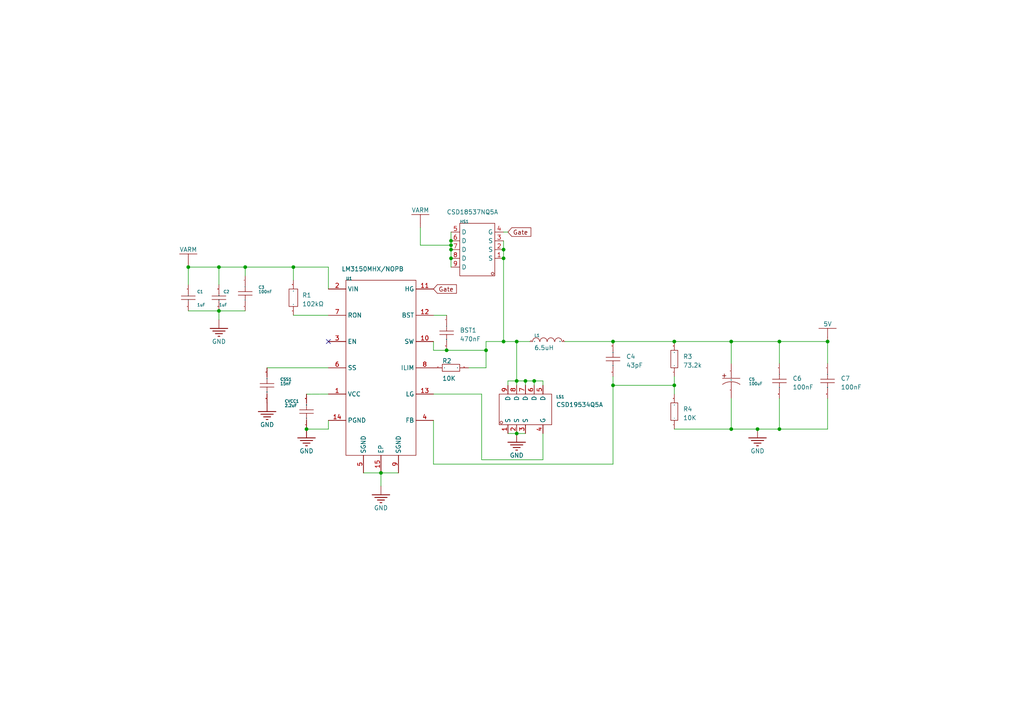
<source format=kicad_sch>
(kicad_sch (version 20231120) (generator "eeschema") (generator_version "8.0")
  (paper "A4")
  (lib_symbols
    (symbol "Power-VCC_1" (power) (pin_numbers hide) (pin_names hide)
      (property "Value" "VCC" (at 0 5.08 0))
      (symbol "Power-VCC_1_1_0"
        (polyline (pts (xy -2.54 3.81) (xy 2.54 3.81)))
        (polyline (pts (xy 0 3.81) (xy 0 1.27)))
        (pin power_in line (at 0 0 90) (length 1.27) (name "5V") (number "1"))
      )
    )
    (symbol "finalhand-easyedapro:CAP"
      (symbol "CAP_1_0"
        (polyline (pts (xy -2.54 0) (xy -0.508 0)))
        (polyline (pts (xy -0.508 -2.032) (xy -0.508 2.032)))
        (polyline (pts (xy 0.508 0) (xy 2.54 0)))
        (polyline (pts (xy 0.508 2.032) (xy 0.508 -2.032)))
        (pin input line (at 5.08 0 180) (length 2.54) (name "1") (number "1"))
        (pin input line (at -5.08 0 0) (length 2.54) (name "2") (number "2"))
      )
    )
    (symbol "finalhand-easyedapro:CRCW0805102KFKEA"
      (property "Reference" "R?" (at 0 0 0))
      (symbol "CRCW0805102KFKEA_1_0"
        (rectangle (start -2.54 -1.27) (end 2.54 1.27))
        (pin unspecified line (at -5.08 0 0) (length 2.54) (name "1") (number "1"))
        (pin unspecified line (at 5.08 0 180) (length 2.54) (name "2") (number "2"))
      )
    )
    (symbol "finalhand-easyedapro:CSD18537NQ5A"
      (property "Reference" "Q?" (at 0 0 0))
      (symbol "CSD18537NQ5A_1_0"
        (rectangle (start -5.08 -7.62) (end 5.08 7.62))
        (circle (center -4.445 6.985) (radius 0.381))
        (pin input line (at -7.62 2.54 0) (length 2.54) (name "S") (number "1"))
        (pin input line (at -7.62 0 0) (length 2.54) (name "S") (number "2"))
        (pin input line (at -7.62 -2.54 0) (length 2.54) (name "S") (number "3"))
        (pin input line (at -7.62 -5.08 0) (length 2.54) (name "G") (number "4"))
        (pin input line (at 7.62 -5.08 180) (length 2.54) (name "D") (number "5"))
        (pin input line (at 7.62 -2.54 180) (length 2.54) (name "D") (number "6"))
        (pin input line (at 7.62 0 180) (length 2.54) (name "D") (number "7"))
        (pin input line (at 7.62 2.54 180) (length 2.54) (name "D") (number "8"))
        (pin input line (at 7.62 5.08 180) (length 2.54) (name "D") (number "9"))
      )
    )
    (symbol "finalhand-easyedapro:CSD19534Q5A"
      (symbol "CSD19534Q5A_1_0"
        (rectangle (start -3.81 5.08) (end 5.08 -10.16))
        (circle (center -3.175 4.445) (radius 0.381))
        (pin input line (at -6.35 2.54 0) (length 2.54) (name "S") (number "1"))
        (pin input line (at -6.35 0 0) (length 2.54) (name "S") (number "2"))
        (pin input line (at -6.35 -2.54 0) (length 2.54) (name "S") (number "3"))
        (pin input line (at -6.35 -7.62 0) (length 2.54) (name "G") (number "4"))
        (pin input line (at 7.62 -7.62 180) (length 2.54) (name "D") (number "5"))
        (pin input line (at 7.62 -5.08 180) (length 2.54) (name "D") (number "6"))
        (pin input line (at 7.62 -2.54 180) (length 2.54) (name "D") (number "7"))
        (pin input line (at 7.62 0 180) (length 2.54) (name "D") (number "8"))
        (pin input line (at 7.5946 2.54 180) (length 2.54) (name "D") (number "9"))
      )
    )
    (symbol "finalhand-easyedapro:EEFCX0J101R"
      (property "Reference" "C?" (at 0 0 0))
      (symbol "EEFCX0J101R_1_0"
        (rectangle (start -2.032 -2.032) (end -1.016 -2.0066))
        (rectangle (start -1.524 -2.54) (end -1.4986 -1.524))
        (polyline (pts (xy -0.762 -2.54) (xy -0.762 2.54)))
        (arc (start 0.254 0) (mid 0.4113 -1.3371) (end 1.016 -2.54))
        (arc (start 1.016 2.54) (mid 0.4113 1.3371) (end 0.254 0))
        (pin input line (at -5.08 0 0) (length 4.318) (name "1") (number "1"))
        (pin input line (at 5.08 0 180) (length 4.826) (name "2") (number "2"))
      )
    )
    (symbol "finalhand-easyedapro:GRM188R72A104KA35D"
      (property "Reference" "C?" (at 0 0 0))
      (symbol "GRM188R72A104KA35D_1_0"
        (polyline (pts (xy -0.508 -2.032) (xy -0.508 2.032)))
        (polyline (pts (xy -0.508 0) (xy -2.54 0)))
        (polyline (pts (xy 0.508 2.032) (xy 0.508 -2.032)))
        (polyline (pts (xy 2.54 0) (xy 0.508 0)))
        (pin input line (at -5.08 0 0) (length 2.54) (name "1") (number "1"))
        (pin input line (at 5.08 0 180) (length 2.54) (name "2") (number "2"))
      )
    )
    (symbol "finalhand-easyedapro:GRM2195C1H153JA01D"
      (property "Reference" "C?" (at 0 0 0))
      (symbol "GRM2195C1H153JA01D_1_0"
        (polyline (pts (xy -0.508 -2.032) (xy -0.508 2.032)))
        (polyline (pts (xy -0.508 0) (xy -2.54 0)))
        (polyline (pts (xy 0.508 2.032) (xy 0.508 -2.032)))
        (polyline (pts (xy 2.54 0) (xy 0.508 0)))
        (pin input line (at -5.08 0 0) (length 2.54) (name "1") (number "1"))
        (pin input line (at 5.08 0 180) (length 2.54) (name "2") (number "2"))
      )
    )
    (symbol "finalhand-easyedapro:GRM21BR71A225KA01L"
      (property "Reference" "C?" (at 0 0 0))
      (symbol "GRM21BR71A225KA01L_1_0"
        (polyline (pts (xy -0.508 -2.032) (xy -0.508 2.032)))
        (polyline (pts (xy -0.508 0) (xy -2.54 0)))
        (polyline (pts (xy 0.508 2.032) (xy 0.508 -2.032)))
        (polyline (pts (xy 2.54 0) (xy 0.508 0)))
        (pin input line (at -5.08 0 0) (length 2.54) (name "1") (number "1"))
        (pin input line (at 5.08 0 180) (length 2.54) (name "2") (number "2"))
      )
    )
    (symbol "finalhand-easyedapro:GRM31CR72A105KA01L"
      (property "Reference" "C?" (at 0 0 0))
      (symbol "GRM31CR72A105KA01L_1_0"
        (polyline (pts (xy -1.27 0) (xy -0.508 0)))
        (polyline (pts (xy -0.508 2.032) (xy -0.508 -2.032)))
        (polyline (pts (xy 0.508 0) (xy 1.27 0)))
        (polyline (pts (xy 0.508 2.032) (xy 0.508 -2.032)))
        (pin input line (at -3.81 0 0) (length 2.54) (name "1") (number "1"))
        (pin input line (at 3.81 0 180) (length 2.54) (name "2") (number "2"))
      )
    )
    (symbol "finalhand-easyedapro:Ground-GND" (power) (pin_numbers hide) (pin_names hide)
      (property "Value" "GND" (at 0 -6.35 0))
      (symbol "Ground-GND_1_0"
        (polyline (pts (xy -2.54 -2.54) (xy 2.54 -2.54)) (stroke (width 0.254)))
        (polyline (pts (xy -1.778 -3.302) (xy 1.778 -3.302)) (stroke (width 0.254)))
        (polyline (pts (xy -1.016 -4.064) (xy 1.016 -4.064)) (stroke (width 0.254)))
        (polyline (pts (xy -0.254 -4.826) (xy 0.254 -4.826)) (stroke (width 0.254)))
        (pin power_in line (at 0 0 270) (length 2.54) (name "") (number "1"))
      )
    )
    (symbol "finalhand-easyedapro:LM3150MHX"
      (symbol "LM3150MHX_1_0"
        (rectangle (start -10.16 17.78) (end 10.16 -33.02))
        (pin input line (at -15.24 -15.24 0) (length 5.08) (name "VCC") (number "1"))
        (pin input line (at 15.24 0 180) (length 5.08) (name "SW") (number "10"))
        (pin input line (at 15.24 15.24 180) (length 5.08) (name "HG") (number "11"))
        (pin input line (at 15.24 7.62 180) (length 5.08) (name "BST") (number "12"))
        (pin input line (at 15.24 -15.24 180) (length 5.08) (name "LG") (number "13"))
        (pin input line (at -15.24 -22.86 0) (length 5.08) (name "PGND") (number "14"))
        (pin input line (at 0 -38.1 90) (length 5.08) (name "EP") (number "15"))
        (pin input line (at -15.24 15.24 0) (length 5.08) (name "VIN") (number "2"))
        (pin input line (at -15.24 0 0) (length 5.08) (name "EN") (number "3"))
        (pin input line (at 15.24 -22.86 180) (length 5.08) (name "FB") (number "4"))
        (pin input line (at -5.08 -38.1 90) (length 5.08) (name "SGND") (number "5"))
        (pin input line (at -15.24 -7.62 0) (length 5.08) (name "SS") (number "6"))
        (pin input line (at -15.24 7.62 0) (length 5.08) (name "RON") (number "7"))
        (pin input line (at 15.24 -7.62 180) (length 5.08) (name "ILIM") (number "8"))
        (pin input line (at 5.08 -38.1 90) (length 5.08) (name "SGND") (number "9"))
      )
    )
    (symbol "finalhand-easyedapro:Power-VCC" (power) (pin_numbers hide) (pin_names hide)
      (property "Value" "VCC" (at 0 5.08 0))
      (symbol "Power-VCC_1_0"
        (polyline (pts (xy -2.54 3.81) (xy 2.54 3.81)))
        (polyline (pts (xy 0 3.81) (xy 0 1.27)))
        (pin power_in line (at 0 0 90) (length 1.27) (name "VARM") (number "1"))
      )
    )
    (symbol "finalhand-easyedapro:Res"
      (symbol "Res_1_0"
        (rectangle (start -2.54 1.016) (end 2.54 -1.016))
        (pin input line (at -5.08 0 0) (length 2.54) (name "1") (number "1"))
        (pin input line (at 5.08 0 180) (length 2.54) (name "2") (number "2"))
      )
    )
    (symbol "finalhand-easyedapro:SRR1208-6R5ML"
      (property "Reference" "D?" (at 0 0 0))
      (symbol "SRR1208-6R5ML_1_0"
        (polyline (pts (xy -4.2672 0) (xy -4.2164 0.4318) (xy -4.2164 0.4318) (xy -4.0132 0.7874) (xy -4.0132 0.7874) (xy -3.6576 1.016) (xy -3.6576 1.016) (xy -3.2512 1.0922) (xy -3.2512 1.0922) (xy -2.8702 1.016) (xy -2.8702 1.016) (xy -2.5146 0.7874) (xy -2.5146 0.7874) (xy -2.3114 0.4064) (xy -2.3114 0.4064) (xy -2.2606 0)))
        (polyline (pts (xy -2.1082 0) (xy -2.0828 0.4318) (xy -2.0828 0.4318) (xy -1.8542 0.7874) (xy -1.8542 0.7874) (xy -1.524 1.016) (xy -1.524 1.016) (xy -1.1176 1.0922) (xy -1.1176 1.0922) (xy -0.7112 1.016) (xy -0.7112 1.016) (xy -0.3556 0.7874) (xy -0.3556 0.7874) (xy -0.1524 0.4318) (xy -0.1524 0.4318) (xy -0.1016 0)))
        (polyline (pts (xy 0 0) (xy 0.0508 0.4318) (xy 0.0508 0.4318) (xy 0.2794 0.7874) (xy 0.2794 0.7874) (xy 0.6096 1.016) (xy 0.6096 1.016) (xy 1.016 1.0922) (xy 1.016 1.0922) (xy 1.4224 1.016) (xy 1.4224 1.016) (xy 1.7526 0.7874) (xy 1.7526 0.7874) (xy 1.9812 0.4318) (xy 1.9812 0.4318) (xy 2.032 0)))
        (polyline (pts (xy 2.2098 0) (xy 2.2606 0.4064) (xy 2.2606 0.4064) (xy 2.4638 0.762) (xy 2.4638 0.762) (xy 2.8194 0.9906) (xy 2.8194 0.9906) (xy 3.2004 1.0922) (xy 3.2004 1.0922) (xy 3.6068 0.9906) (xy 3.6068 0.9906) (xy 3.9624 0.762) (xy 3.9624 0.762) (xy 4.1656 0.4064) (xy 4.1656 0.4064) (xy 4.2164 0)))
        (pin input line (at -5.08 0 0) (length 0.762) (name "1") (number "1"))
        (pin input line (at 5.08 0 180) (length 0.762) (name "2") (number "2"))
      )
    )
  )
  (junction (at 195.58 99.06))
  (junction (at 85.09 77.47))
  (junction (at 146.05 72.39))
  (junction (at 146.05 99.06))
  (junction (at 110.49 137.16))
  (junction (at 195.58 111.76))
  (junction (at 130.81 69.85))
  (junction (at 63.5 90.17))
  (junction (at 130.81 74.93))
  (junction (at 177.8 99.06))
  (junction (at 149.86 99.06))
  (junction (at 154.94 110.49))
  (junction (at 212.09 124.46))
  (junction (at 212.09 99.06))
  (junction (at 54.61 77.47))
  (junction (at 146.05 74.93))
  (junction (at 152.4 110.49))
  (junction (at 130.81 71.12))
  (junction (at 71.12 77.47))
  (junction (at 140.97 101.6))
  (junction (at 149.86 110.49))
  (junction (at 88.9 124.46))
  (junction (at 226.06 99.06))
  (junction (at 177.8 111.76))
  (junction (at 226.06 124.46))
  (junction (at 63.5 77.47))
  (junction (at 130.81 72.39))
  (junction (at 240.03 99.06))
  (junction (at 149.86 125.73))
  (junction (at 219.71 124.46))
  (junction (at 129.54 101.6))
  (no_connect (at 95.25 99.06))
  (wire (pts (xy 226.06 99.06) (xy 226.06 105.41)))
  (wire (pts (xy 212.09 115.57) (xy 212.09 124.46)))
  (wire (pts (xy 121.92 66.04) (xy 121.92 71.12)))
  (wire (pts (xy 130.81 71.12) (xy 121.92 71.12)))
  (wire (pts (xy 149.86 99.06) (xy 149.86 110.49)))
  (wire (pts (xy 212.09 99.06) (xy 226.06 99.06)))
  (wire (pts (xy 130.81 72.39) (xy 130.81 74.93)))
  (wire (pts (xy 177.8 134.62) (xy 125.73 134.62)))
  (wire (pts (xy 146.05 69.85) (xy 146.05 72.39)))
  (wire (pts (xy 63.5 77.47) (xy 71.12 77.47)))
  (wire (pts (xy 85.09 77.47) (xy 85.09 81.28)))
  (wire (pts (xy 212.09 99.06) (xy 212.09 105.41)))
  (wire (pts (xy 212.09 124.46) (xy 195.58 124.46)))
  (wire (pts (xy 226.06 124.46) (xy 240.03 124.46)))
  (wire (pts (xy 157.48 110.49) (xy 154.94 110.49)))
  (wire (pts (xy 146.05 72.39) (xy 146.05 74.93)))
  (wire (pts (xy 149.86 125.73) (xy 152.4 125.73)))
  (wire (pts (xy 177.8 99.06) (xy 163.83 99.06)))
  (wire (pts (xy 212.09 99.06) (xy 195.58 99.06)))
  (wire (pts (xy 88.9 114.3254) (xy 95.25 114.3)))
  (wire (pts (xy 130.81 69.85) (xy 130.81 71.12)))
  (wire (pts (xy 195.58 109.22) (xy 195.58 111.76)))
  (wire (pts (xy 125.73 101.6) (xy 129.54 101.6)))
  (wire (pts (xy 110.49 137.16) (xy 105.41 137.16)))
  (wire (pts (xy 129.54 101.6) (xy 140.97 101.6)))
  (wire (pts (xy 149.86 99.06) (xy 146.05 99.06)))
  (wire (pts (xy 152.4 110.49) (xy 149.86 110.49)))
  (wire (pts (xy 71.12 80.01) (xy 71.12 77.47)))
  (wire (pts (xy 130.81 74.93) (xy 130.81 77.47)))
  (wire (pts (xy 177.8 111.76) (xy 177.8 134.62)))
  (wire (pts (xy 125.73 121.92) (xy 125.73 134.62)))
  (wire (pts (xy 157.48 133.35) (xy 139.7 133.35)))
  (wire (pts (xy 177.8 111.76) (xy 195.58 111.76)))
  (wire (pts (xy 63.5 90.17) (xy 63.5 92.71)))
  (wire (pts (xy 95.25 77.47) (xy 95.25 83.82)))
  (wire (pts (xy 153.67 99.06) (xy 149.86 99.06)))
  (wire (pts (xy 157.48 110.49) (xy 157.48 111.76)))
  (wire (pts (xy 219.71 124.46) (xy 226.06 124.46)))
  (wire (pts (xy 140.97 101.6) (xy 140.97 99.06)))
  (wire (pts (xy 130.81 67.31) (xy 130.81 69.85)))
  (wire (pts (xy 240.03 124.46) (xy 240.03 115.57)))
  (wire (pts (xy 147.32 110.49) (xy 147.32 111.76)))
  (wire (pts (xy 88.9 124.46) (xy 95.25 124.46)))
  (wire (pts (xy 140.97 106.68) (xy 140.97 101.6)))
  (wire (pts (xy 226.06 124.46) (xy 226.06 115.57)))
  (wire (pts (xy 54.61 77.47) (xy 63.5 77.47)))
  (wire (pts (xy 139.7 114.3) (xy 139.7 133.35)))
  (wire (pts (xy 77.4446 106.68) (xy 95.25 106.68)))
  (wire (pts (xy 71.12 77.47) (xy 85.09 77.47)))
  (wire (pts (xy 240.03 99.06) (xy 226.06 99.06)))
  (wire (pts (xy 195.58 111.76) (xy 195.58 114.3)))
  (wire (pts (xy 54.61 77.47) (xy 54.61 82.55)))
  (wire (pts (xy 154.94 110.49) (xy 152.4 110.49)))
  (wire (pts (xy 146.05 74.93) (xy 146.05 99.06)))
  (wire (pts (xy 71.12 90.17) (xy 63.5 90.17)))
  (wire (pts (xy 149.86 110.49) (xy 149.86 111.76)))
  (wire (pts (xy 140.97 99.06) (xy 146.05 99.06)))
  (wire (pts (xy 195.58 99.06) (xy 177.8 99.06)))
  (wire (pts (xy 125.73 101.6) (xy 125.73 99.06)))
  (wire (pts (xy 63.5 82.55) (xy 63.5 77.47)))
  (wire (pts (xy 146.05 67.31) (xy 147.32 67.31)))
  (wire (pts (xy 63.5 90.17) (xy 54.61 90.17)))
  (wire (pts (xy 140.97 106.68) (xy 135.89 106.68)))
  (wire (pts (xy 130.81 71.12) (xy 130.81 72.39)))
  (wire (pts (xy 110.49 137.16) (xy 110.49 140.97)))
  (wire (pts (xy 147.32 125.73) (xy 149.86 125.73)))
  (wire (pts (xy 177.8 109.22) (xy 177.8 111.76)))
  (wire (pts (xy 240.03 99.06) (xy 240.03 105.41)))
  (wire (pts (xy 95.25 91.44) (xy 85.09 91.44)))
  (wire (pts (xy 212.09 124.46) (xy 219.71 124.46)))
  (wire (pts (xy 95.25 77.47) (xy 85.09 77.47)))
  (wire (pts (xy 125.73 91.44) (xy 129.54 91.44)))
  (wire (pts (xy 149.86 110.49) (xy 147.32 110.49)))
  (wire (pts (xy 110.49 137.16) (xy 115.57 137.16)))
  (wire (pts (xy 152.4 110.49) (xy 152.4 111.76)))
  (wire (pts (xy 139.7 114.3) (xy 125.73 114.3)))
  (wire (pts (xy 95.25 124.46) (xy 95.25 121.92)))
  (wire (pts (xy 157.48 133.35) (xy 157.48 125.73)))
  (wire (pts (xy 154.94 110.49) (xy 154.94 111.76)))
  (global_label "Gate" (shape input) (at 125.73 83.82 0) (property "Intersheetrefs" "${INTERSHEET_REFS}" (effects (hide yes))))
  (global_label "Gate" (shape input) (at 147.32 67.31 0) (property "Intersheetrefs" "${INTERSHEET_REFS}" (effects (hide yes))))
  (symbol (lib_id "finalhand-easyedapro:SRR1208-6R5ML") (at 158.75 99.06 0) (unit 1)
    (property "Reference" "L1" (at 154.94 97.79 0) (effects (font (size 0.8382 0.8382)) (justify left bottom)))
    (property "Value" "6.5uH" (at 154.94 101.6 0) (effects (justify left bottom)))
    (property "Footprint" "finalhand-easyedapro:IND-SMD_L12.7-W12.7" (effects (hide yes)))
  )
  (symbol (lib_id "finalhand-easyedapro:CSD19534Q5A") (at 149.86 119.38 90) (unit 1)
    (property "Reference" "LS1" (at 161.29 115.57 90) (effects (font (size 0.8382 0.8382)) (justify right top)))
    (property "Value" "CSD19534Q5A" (at 161.29 118.11 90) (effects (justify right top)))
    (property "Footprint" "finalhand-easyedapro:POWERVDFN-8_L6.0-W5.0-P1.27-BL" (effects (hide yes)))
  )
  (symbol (lib_id "finalhand-easyedapro:CAP") (at 129.54 96.52 90) (unit 1)
    (property "Reference" "BST1" (at 133.35 96.52 90) (effects (justify right top)))
    (property "Value" "470nF" (at 133.35 99.06 90) (effects (justify right top)))
    (property "Footprint" "finalhand-easyedapro:C0402" (effects (hide yes)))
  )
  (symbol (lib_id "finalhand-easyedapro:GRM21BR71A225KA01L") (at 88.9 119.38 90) (unit 1)
    (property "Reference" "CVCC1" (at 82.55 116.84 90) (effects (font (size 0.8382 0.8382)) (justify right top)))
    (property "Value" "2.2uF" (at 82.55 118.11 90) (effects (font (size 0.8382 0.8382)) (justify right top)))
    (property "Footprint" "finalhand-easyedapro:C0805" (effects (hide yes)))
  )
  (symbol (lib_id "finalhand-easyedapro:Res") (at 195.58 104.14 90) (unit 1)
    (property "Reference" "R3" (at 198.12 104.14 90) (effects (justify right top)))
    (property "Value" "73.2k" (at 198.12 106.68 90) (effects (justify right top)))
    (property "Footprint" "finalhand-easyedapro:R0402" (effects (hide yes)))
  )
  (symbol (lib_id "finalhand-easyedapro:GRM188R72A104KA35D") (at 71.12 85.09 90) (unit 1)
    (property "Reference" "C3" (at 74.93 83.82 90) (effects (font (size 0.8382 0.8382)) (justify right top)))
    (property "Value" "100nF" (at 74.93 85.09 90) (effects (font (size 0.8382 0.8382)) (justify right top)))
    (property "Footprint" "finalhand-easyedapro:C0603" (effects (hide yes)))
  )
  (symbol (lib_id "finalhand-easyedapro:Power-VCC") (at 54.61 77.47 0) (unit 1)
    (property "Reference" "#PWR01" (effects (hide yes)))
    (property "Value" "VARM" (at 54.61 72.39 0))
    (property "Footprint" "finalhand-easyedapro:" (effects (hide yes)))
    (property "Description" "Power symbol creates a global label with name 'VCC'" (effects (hide yes)))
  )
  (symbol (lib_id "finalhand-easyedapro:CAP") (at 177.8 104.14 90) (unit 1)
    (property "Reference" "C4" (at 181.61 104.14 90) (effects (justify right top)))
    (property "Value" "43pF" (at 181.61 106.68 90) (effects (justify right top)))
    (property "Footprint" "finalhand-easyedapro:C0402" (effects (hide yes)))
  )
  (symbol (lib_id "finalhand-easyedapro:CSD18537NQ5A") (at 138.43 72.39 180) (unit 1)
    (property "Reference" "HS1" (at 133.35 64.77 0) (effects (font (size 0.8382 0.8382)) (justify right top)))
    (property "Value" "CSD18537NQ5A" (at 129.54 62.23 0) (effects (justify right top)))
    (property "Footprint" "finalhand-easyedapro:DFN-8_L5.9-W5.2-P1.27-LS6.2-BL" (effects (hide yes)))
  )
  (symbol (lib_id "finalhand-easyedapro:Ground-GND") (at 110.49 140.97 0) (unit 1)
    (property "Reference" "#PWR05" (effects (hide yes)))
    (property "Value" "GND" (at 110.49 147.32 0))
    (property "Footprint" "finalhand-easyedapro:" (effects (hide yes)))
    (property "Description" "Power symbol creates a global label with name 'GND'" (effects (hide yes)))
  )
  (symbol (lib_id "finalhand-easyedapro:GRM31CR72A105KA01L") (at 63.5 86.36 90) (unit 1)
    (property "Reference" "C2" (at 64.77 85.09 90) (effects (font (size 0.8382 0.8382)) (justify right top)))
    (property "Value" "1uF" (at 63.5 88.9 90) (effects (font (size 0.8382 0.8382)) (justify right top)))
    (property "Footprint" "finalhand-easyedapro:C1206" (effects (hide yes)))
  )
  (symbol (lib_id "finalhand-easyedapro:Res") (at 130.81 106.68 0) (unit 1)
    (property "Reference" "R2" (at 128.27 105.41 0) (effects (justify left bottom)))
    (property "Value" "10K" (at 128.27 110.49 0) (effects (justify left bottom)))
    (property "Footprint" "finalhand-easyedapro:R0402" (effects (hide yes)))
  )
  (symbol (lib_id "finalhand-easyedapro:CAP") (at 240.03 110.49 90) (unit 1)
    (property "Reference" "C7" (at 243.84 110.49 90) (effects (justify right top)))
    (property "Value" "100nF" (at 243.84 113.03 90) (effects (justify right top)))
    (property "Footprint" "finalhand-easyedapro:C0402" (effects (hide yes)))
  )
  (symbol (lib_id "finalhand-easyedapro:LM3150MHX") (at 110.49 99.06 0) (unit 1)
    (property "Reference" "U1" (at 100.33 81.28 0) (effects (font (size 0.8382 0.8382)) (justify left bottom)))
    (property "Value" "LM3150MHX/NOPB" (at 99.06 78.74 0) (effects (justify left bottom)))
    (property "Footprint" "finalhand-easyedapro:HTSSOP-14_L5.0-W4.4-P0.65-LS6.4-BL-EP" (effects (hide yes)))
  )
  (symbol (lib_id "finalhand-easyedapro:Ground-GND") (at 77.47 116.84 0) (unit 1)
    (property "Reference" "#PWR03" (effects (hide yes)))
    (property "Value" "GND" (at 77.47 123.19 0))
    (property "Footprint" "finalhand-easyedapro:" (effects (hide yes)))
    (property "Description" "Power symbol creates a global label with name 'GND'" (effects (hide yes)))
  )
  (symbol (lib_id "finalhand-easyedapro:GRM2195C1H153JA01D") (at 77.4446 111.76 90) (unit 1)
    (property "Reference" "CSS1" (at 81.2546 110.49 90) (effects (font (size 0.8382 0.8382)) (justify right top)))
    (property "Value" "15nF" (at 81.2546 111.76 90) (effects (font (size 0.8382 0.8382)) (justify right top)))
    (property "Footprint" "finalhand-easyedapro:C0805" (effects (hide yes)))
  )
  (symbol (lib_id "finalhand-easyedapro:Power-VCC") (at 121.92 66.04 0) (unit 1)
    (property "Reference" "#PWR06" (effects (hide yes)))
    (property "Value" "VARM" (at 121.92 60.96 0))
    (property "Footprint" "finalhand-easyedapro:" (effects (hide yes)))
    (property "Description" "Power symbol creates a global label with name 'VCC'" (effects (hide yes)))
  )
  (symbol (lib_id "finalhand-easyedapro:CAP") (at 226.06 110.49 90) (unit 1)
    (property "Reference" "C6" (at 229.87 110.49 90) (effects (justify right top)))
    (property "Value" "100nF" (at 229.87 113.03 90) (effects (justify right top)))
    (property "Footprint" "finalhand-easyedapro:C0402" (effects (hide yes)))
  )
  (symbol (lib_id "finalhand-easyedapro:GRM31CR72A105KA01L") (at 54.61 86.36 90) (unit 1)
    (property "Reference" "C1" (at 57.15 85.09 90) (effects (font (size 0.8382 0.8382)) (justify right top)))
    (property "Value" "1uF" (at 57.15 88.9 90) (effects (font (size 0.8382 0.8382)) (justify right top)))
    (property "Footprint" "finalhand-easyedapro:C1206" (effects (hide yes)))
  )
  (symbol (lib_id "finalhand-easyedapro:Ground-GND") (at 88.9 124.46 0) (unit 1)
    (property "Reference" "#PWR04" (effects (hide yes)))
    (property "Value" "GND" (at 88.9 130.81 0))
    (property "Footprint" "finalhand-easyedapro:" (effects (hide yes)))
    (property "Description" "Power symbol creates a global label with name 'GND'" (effects (hide yes)))
  )
  (symbol (lib_id "finalhand-easyedapro:EEFCX0J101R") (at 212.09 110.49 270) (unit 1)
    (property "Reference" "C5" (at 217.17 110.49 90) (effects (font (size 0.8382 0.8382)) (justify left bottom)))
    (property "Value" "100uF" (at 217.17 111.76 90) (effects (font (size 0.8382 0.8382)) (justify left bottom)))
    (property "Footprint" "finalhand-easyedapro:CAP-SMD_L7.3-W4.3-R-RD" (effects (hide yes)))
  )
  (symbol (lib_id "finalhand-easyedapro:Ground-GND") (at 219.71 124.46 0) (unit 1)
    (property "Reference" "#PWR08" (effects (hide yes)))
    (property "Value" "GND" (at 219.71 130.81 0))
    (property "Footprint" "finalhand-easyedapro:" (effects (hide yes)))
    (property "Description" "Power symbol creates a global label with name 'GND'" (effects (hide yes)))
  )
  (symbol (lib_id "finalhand-easyedapro:Ground-GND") (at 149.86 125.73 0) (unit 1)
    (property "Reference" "#PWR07" (effects (hide yes)))
    (property "Value" "GND" (at 149.86 132.08 0))
    (property "Footprint" "finalhand-easyedapro:" (effects (hide yes)))
    (property "Description" "Power symbol creates a global label with name 'GND'" (effects (hide yes)))
  )
  (symbol (lib_id "finalhand-easyedapro:Ground-GND") (at 63.5 92.71 0) (unit 1)
    (property "Reference" "#PWR02" (effects (hide yes)))
    (property "Value" "GND" (at 63.5 99.06 0))
    (property "Footprint" "finalhand-easyedapro:" (effects (hide yes)))
    (property "Description" "Power symbol creates a global label with name 'GND'" (effects (hide yes)))
  )
  (symbol (lib_id "finalhand-easyedapro:CRCW0805102KFKEA") (at 85.09 86.36 90) (unit 1)
    (property "Reference" "R1" (at 87.63 86.36 90) (effects (justify right top)))
    (property "Value" "102kΩ" (at 87.63 88.9 90) (effects (justify right top)))
    (property "Footprint" "finalhand-easyedapro:R0805" (effects (hide yes)))
  )
  (symbol (lib_id "finalhand-easyedapro:Res") (at 195.58 119.38 90) (unit 1)
    (property "Reference" "R4" (at 198.12 119.38 90) (effects (justify right top)))
    (property "Value" "10K" (at 198.12 121.92 90) (effects (justify right top)))
    (property "Footprint" "finalhand-easyedapro:R0402" (effects (hide yes)))
  )
  (symbol (lib_name "Power-VCC_1") (lib_id "finalhand-easyedapro:Power-VCC") (at 240.03 99.06 0) (unit 1)
    (property "Reference" "#PWR09" (effects (hide yes)))
    (property "Value" "5V" (at 240.03 93.98 0))
    (property "Footprint" "finalhand-easyedapro:" (effects (hide yes)))
    (property "Description" "Power symbol creates a global label with name 'VCC'" (effects (hide yes)))
  )
)
</source>
